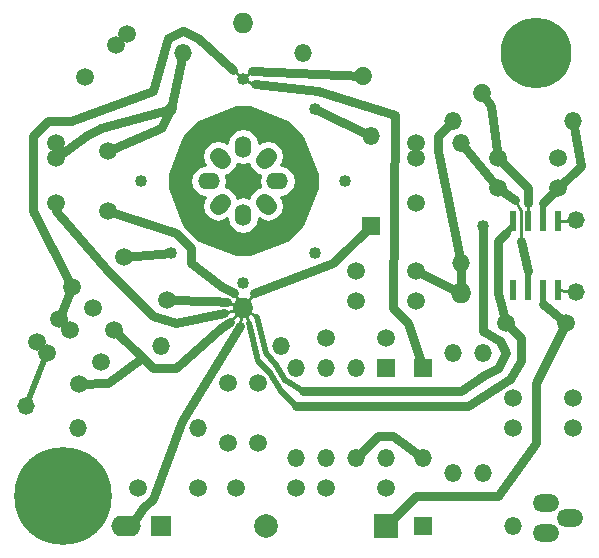
<source format=gtl>
G04 (created by PCBNEW (22-Jun-2014 BZR 4027)-stable) date Sat 23 Jun 2018 11:20:16 PM CDT*
%MOIN*%
G04 Gerber Fmt 3.4, Leading zero omitted, Abs format*
%FSLAX34Y34*%
G01*
G70*
G90*
G04 APERTURE LIST*
%ADD10C,0.00590551*%
%ADD11O,0.0885X0.059*%
%ADD12O,0.059X0.059*%
%ADD13R,0.059X0.059*%
%ADD14R,0.069X0.069*%
%ADD15O,0.099X0.069*%
%ADD16C,0.23622*%
%ADD17C,0.059*%
%ADD18O,0.069X0.069*%
%ADD19R,0.079X0.079*%
%ADD20C,0.079*%
%ADD21C,0.325*%
%ADD22R,0.019X0.07*%
%ADD23C,0.059*%
%ADD24O,0.058X0.058*%
%ADD25C,0.056*%
%ADD26O,0.072X0.056*%
%ADD27O,0.056X0.072*%
%ADD28O,0.032X0.032*%
%ADD29C,0.04*%
%ADD30C,0.01*%
%ADD31C,0.02*%
%ADD32C,0.03*%
G04 APERTURE END LIST*
G54D10*
G54D11*
X95852Y-43250D03*
X96647Y-43750D03*
X95852Y-44250D03*
G54D12*
X92750Y-38250D03*
X92750Y-42250D03*
X93750Y-42250D03*
X93750Y-38250D03*
X83000Y-38000D03*
X87000Y-38000D03*
X83750Y-28250D03*
X87750Y-28250D03*
X84250Y-40750D03*
X80250Y-40750D03*
G54D13*
X90500Y-38750D03*
G54D12*
X89500Y-38750D03*
X88500Y-38750D03*
X87500Y-38750D03*
X87500Y-41750D03*
X88500Y-41750D03*
X90500Y-41750D03*
X89500Y-41750D03*
G54D14*
X83000Y-44000D03*
G54D15*
X81850Y-44000D03*
G54D16*
X95500Y-28250D03*
G54D17*
X94750Y-40750D03*
X96750Y-40750D03*
X91500Y-36500D03*
X89500Y-36500D03*
X85250Y-41250D03*
X85250Y-39250D03*
X86250Y-41250D03*
X86250Y-39250D03*
X88500Y-42750D03*
X90500Y-42750D03*
X81792Y-35042D03*
X83207Y-36457D03*
X81250Y-31500D03*
X81250Y-33500D03*
X96750Y-39750D03*
X94750Y-39750D03*
X90500Y-37750D03*
X88500Y-37750D03*
X87500Y-42750D03*
X85500Y-42750D03*
G54D18*
X85750Y-36750D03*
G54D19*
X90500Y-44000D03*
G54D20*
X86500Y-44000D03*
G54D13*
X91750Y-38750D03*
G54D12*
X91750Y-41750D03*
G54D13*
X90000Y-34000D03*
G54D12*
X90000Y-31000D03*
G54D13*
X91750Y-44000D03*
G54D12*
X94750Y-44000D03*
G54D17*
X81883Y-27616D03*
X80469Y-29030D03*
X81530Y-27969D03*
X79500Y-31250D03*
X79500Y-33250D03*
X79500Y-31750D03*
X91500Y-31250D03*
X91500Y-33250D03*
X91500Y-31750D03*
G54D21*
X79750Y-43000D03*
G54D18*
X85750Y-27250D03*
G54D22*
X96250Y-33850D03*
X95750Y-33850D03*
X95250Y-33850D03*
X94750Y-33850D03*
X94750Y-36150D03*
X95250Y-36150D03*
X95750Y-36150D03*
X96250Y-36150D03*
G54D23*
X89750Y-29000D02*
X89750Y-29000D01*
X93711Y-29556D02*
X93711Y-29556D01*
G54D12*
X96750Y-30500D03*
X92750Y-30500D03*
X93000Y-31250D03*
X93000Y-35250D03*
G54D17*
X94250Y-31750D03*
X96250Y-31750D03*
X96250Y-32750D03*
X94250Y-32750D03*
X96500Y-37250D03*
X94500Y-37250D03*
G54D18*
X93000Y-36250D03*
G54D17*
X79616Y-37116D03*
X81030Y-38530D03*
X79969Y-37469D03*
X78866Y-37866D03*
X80280Y-39280D03*
X79219Y-38219D03*
X80042Y-36042D03*
X81457Y-37457D03*
X80750Y-36750D03*
G54D24*
X96850Y-33800D03*
X96850Y-36200D03*
X78500Y-40000D03*
G54D25*
X85042Y-31792D02*
X84929Y-31679D01*
X86570Y-31679D02*
X86457Y-31792D01*
G54D26*
X86890Y-32500D03*
G54D27*
X85750Y-31359D03*
G54D25*
X86570Y-33320D02*
X86457Y-33207D01*
G54D27*
X85750Y-33640D03*
G54D25*
X85042Y-33207D02*
X84929Y-33320D01*
G54D26*
X84609Y-32500D03*
G54D17*
X84250Y-42750D03*
X82250Y-42750D03*
X91500Y-35500D03*
X89500Y-35500D03*
G54D28*
X85750Y-32500D03*
X86500Y-30750D03*
X87500Y-31750D03*
X87500Y-33250D03*
X86500Y-34250D03*
X85000Y-34250D03*
X84000Y-33250D03*
X84000Y-31750D03*
X85000Y-30750D03*
G54D29*
X89150Y-32500D03*
X82350Y-32500D03*
X83350Y-30100D03*
X88150Y-34900D03*
X88150Y-30100D03*
X83350Y-34900D03*
X85750Y-29100D03*
X93750Y-34000D03*
X85750Y-35900D03*
G54D30*
X96250Y-36150D02*
X96850Y-36200D01*
X96250Y-33850D02*
X96850Y-33800D01*
G54D31*
X79219Y-38219D02*
X78500Y-40000D01*
G54D32*
X95500Y-39250D02*
X96500Y-37250D01*
X91500Y-43000D02*
X94250Y-43000D01*
X94250Y-43000D02*
X95500Y-41250D01*
X95500Y-41250D02*
X95500Y-39250D01*
X90500Y-44000D02*
X91500Y-43000D01*
X96500Y-37250D02*
X96500Y-37250D01*
G54D31*
X95750Y-36500D02*
X95750Y-36600D01*
G54D32*
X95750Y-36600D02*
X96500Y-37250D01*
X93000Y-31250D02*
X94250Y-32750D01*
G54D30*
X95000Y-34500D02*
X95000Y-33500D01*
G54D31*
X95250Y-36150D02*
X95250Y-35250D01*
G54D32*
X95000Y-34500D02*
X95250Y-35500D01*
G54D31*
X95250Y-35500D02*
X95250Y-35250D01*
G54D30*
X95000Y-33500D02*
X94826Y-33134D01*
G54D32*
X94826Y-33134D02*
X94250Y-32750D01*
X93711Y-29556D02*
X94000Y-30000D01*
X94000Y-30000D02*
X94250Y-31750D01*
G54D30*
X95250Y-33850D02*
X95250Y-33250D01*
G54D32*
X95250Y-32750D02*
X94250Y-31750D01*
X95250Y-32750D02*
X95250Y-33250D01*
G54D30*
X95250Y-33250D02*
X95250Y-33250D01*
X95250Y-33250D02*
X95250Y-33250D01*
G54D32*
X89500Y-41750D02*
X90250Y-41000D01*
X90750Y-41000D02*
X91750Y-41750D01*
X90250Y-41000D02*
X90750Y-41000D01*
X96750Y-30500D02*
X97000Y-32000D01*
X97000Y-32000D02*
X96250Y-32750D01*
G54D31*
X95750Y-33850D02*
X95750Y-33250D01*
G54D32*
X95750Y-33250D02*
X96250Y-32750D01*
X83350Y-30100D02*
X81000Y-30750D01*
X80500Y-31000D02*
X79500Y-31750D01*
X81000Y-30750D02*
X80500Y-31000D01*
X83350Y-30100D02*
X83750Y-28250D01*
X81250Y-31500D02*
X83000Y-30750D01*
X83000Y-30750D02*
X83350Y-30100D01*
X88150Y-30100D02*
X90000Y-31000D01*
X81792Y-35042D02*
X83350Y-34900D01*
G54D30*
X83000Y-38000D02*
X83000Y-38000D01*
G54D32*
X91500Y-35500D02*
X93000Y-36250D01*
X93000Y-35250D02*
X93000Y-36250D01*
X92750Y-30500D02*
X92250Y-31000D01*
X92250Y-31500D02*
X93000Y-35250D01*
X92250Y-31000D02*
X92250Y-31500D01*
X90800Y-30300D02*
X88250Y-29500D01*
X80042Y-36042D02*
X79616Y-37116D01*
X79616Y-37116D02*
X79969Y-37469D01*
X80042Y-36042D02*
X78750Y-33500D01*
X83250Y-27750D02*
X82750Y-29500D01*
X82750Y-29500D02*
X80000Y-30500D01*
X80000Y-30500D02*
X79250Y-30500D01*
X79250Y-30500D02*
X78750Y-31000D01*
X78750Y-31000D02*
X78750Y-33500D01*
X84250Y-27750D02*
X85400Y-28785D01*
G54D30*
X85400Y-28785D02*
X85750Y-29100D01*
G54D32*
X83750Y-27500D02*
X83250Y-27750D01*
X84250Y-27750D02*
X83750Y-27500D01*
X89750Y-29000D02*
X86050Y-28850D01*
G54D30*
X86050Y-28850D02*
X85750Y-29100D01*
G54D32*
X88250Y-29500D02*
X86150Y-29268D01*
G54D30*
X86150Y-29268D02*
X86000Y-29250D01*
X86000Y-29250D02*
X85750Y-29100D01*
G54D32*
X91750Y-38750D02*
X91250Y-37250D01*
X91250Y-37250D02*
X90750Y-36750D01*
X90750Y-36750D02*
X90800Y-30300D01*
G54D30*
X85750Y-36750D02*
X86100Y-36250D01*
G54D32*
X88750Y-35250D02*
X86100Y-36250D01*
X88750Y-35250D02*
X90000Y-34000D01*
G54D31*
X94500Y-34250D02*
X94750Y-34000D01*
G54D32*
X94500Y-37250D02*
X94250Y-36250D01*
X94250Y-36250D02*
X94250Y-34500D01*
X94250Y-34500D02*
X94500Y-34250D01*
G54D31*
X94750Y-34000D02*
X94750Y-33850D01*
G54D32*
X80280Y-39280D02*
X81250Y-39250D01*
X82392Y-38392D02*
X82500Y-38500D01*
X81250Y-39250D02*
X82392Y-38392D01*
X81457Y-37457D02*
X82500Y-38500D01*
X82500Y-38500D02*
X82750Y-38750D01*
G54D30*
X85300Y-37200D02*
X85750Y-36750D01*
G54D32*
X85300Y-37200D02*
X85000Y-37416D01*
X85000Y-37416D02*
X83500Y-38750D01*
X83500Y-38750D02*
X82750Y-38750D01*
X93750Y-37500D02*
X93750Y-34000D01*
G54D31*
X87000Y-39500D02*
X87500Y-40000D01*
G54D32*
X95000Y-37750D02*
X95000Y-38500D01*
X95000Y-38500D02*
X94650Y-39100D01*
X94650Y-39100D02*
X93250Y-40000D01*
X93250Y-40000D02*
X92250Y-40000D01*
X92250Y-40000D02*
X87500Y-40000D01*
X94500Y-37250D02*
X95000Y-37750D01*
G54D31*
X86250Y-38500D02*
X86650Y-38900D01*
X86650Y-38900D02*
X87000Y-39500D01*
G54D30*
X85950Y-37250D02*
X85750Y-36750D01*
G54D31*
X85950Y-37250D02*
X86250Y-38500D01*
X86200Y-37050D02*
X86500Y-38250D01*
X86500Y-38250D02*
X86850Y-38650D01*
X86850Y-38650D02*
X87150Y-39150D01*
X87150Y-39150D02*
X87750Y-39500D01*
G54D30*
X86200Y-37050D02*
X85750Y-36750D01*
G54D31*
X93750Y-37500D02*
X93750Y-37500D01*
G54D32*
X94500Y-38250D02*
X94300Y-37850D01*
X94300Y-37850D02*
X93750Y-37500D01*
X87750Y-39500D02*
X93000Y-39500D01*
X94250Y-38750D02*
X93750Y-39000D01*
X93000Y-39500D02*
X93750Y-39000D01*
X94250Y-38750D02*
X94500Y-38250D01*
X85650Y-37350D02*
X83700Y-40500D01*
G54D30*
X85650Y-37350D02*
X85653Y-37230D01*
X85653Y-37230D02*
X85750Y-36750D01*
G54D32*
X82000Y-44000D02*
X82400Y-43400D01*
X82400Y-43400D02*
X82750Y-43100D01*
X82750Y-43100D02*
X83700Y-40500D01*
X83700Y-40500D02*
X83700Y-40500D01*
G54D30*
X85750Y-36750D02*
X85450Y-36250D01*
G54D32*
X85000Y-36000D02*
X84000Y-35250D01*
X84000Y-35250D02*
X84000Y-34750D01*
X84000Y-34750D02*
X83500Y-34250D01*
X83500Y-34250D02*
X81250Y-33500D01*
X85450Y-36250D02*
X85000Y-36000D01*
X82750Y-37000D02*
X81250Y-35500D01*
X81250Y-35500D02*
X79500Y-33500D01*
X79500Y-33500D02*
X79500Y-33250D01*
X85100Y-36900D02*
X83500Y-37250D01*
G54D30*
X85750Y-36750D02*
X85100Y-36900D01*
G54D32*
X82750Y-37000D02*
X83500Y-37250D01*
G54D30*
X85750Y-36750D02*
X85200Y-36550D01*
G54D32*
X84750Y-36500D02*
X83207Y-36457D01*
X85200Y-36550D02*
X84750Y-36500D01*
X83207Y-36457D02*
X83164Y-36414D01*
G54D10*
G36*
X86307Y-32696D02*
X86245Y-32709D01*
X86073Y-32823D01*
X85959Y-32995D01*
X85946Y-33057D01*
X85750Y-33018D01*
X85553Y-33057D01*
X85541Y-32995D01*
X85426Y-32823D01*
X85254Y-32709D01*
X85192Y-32696D01*
X85231Y-32500D01*
X85192Y-32303D01*
X85254Y-32291D01*
X85426Y-32176D01*
X85541Y-32004D01*
X85553Y-31942D01*
X85750Y-31981D01*
X85946Y-31942D01*
X85959Y-32004D01*
X86073Y-32176D01*
X86245Y-32291D01*
X86307Y-32303D01*
X86268Y-32500D01*
X86307Y-32696D01*
X86307Y-32696D01*
G37*
G54D30*
X86307Y-32696D02*
X86245Y-32709D01*
X86073Y-32823D01*
X85959Y-32995D01*
X85946Y-33057D01*
X85750Y-33018D01*
X85553Y-33057D01*
X85541Y-32995D01*
X85426Y-32823D01*
X85254Y-32709D01*
X85192Y-32696D01*
X85231Y-32500D01*
X85192Y-32303D01*
X85254Y-32291D01*
X85426Y-32176D01*
X85541Y-32004D01*
X85553Y-31942D01*
X85750Y-31981D01*
X85946Y-31942D01*
X85959Y-32004D01*
X86073Y-32176D01*
X86245Y-32291D01*
X86307Y-32303D01*
X86268Y-32500D01*
X86307Y-32696D01*
G54D10*
G36*
X88200Y-32740D02*
X87707Y-33971D01*
X87512Y-34166D01*
X87512Y-32500D01*
X87472Y-32297D01*
X87357Y-32125D01*
X87185Y-32010D01*
X87001Y-31973D01*
X87068Y-31874D01*
X87108Y-31671D01*
X87068Y-31468D01*
X86953Y-31296D01*
X86781Y-31181D01*
X86578Y-31141D01*
X86375Y-31181D01*
X86276Y-31248D01*
X86239Y-31064D01*
X86124Y-30892D01*
X85952Y-30777D01*
X85750Y-30737D01*
X85547Y-30777D01*
X85375Y-30892D01*
X85260Y-31064D01*
X85223Y-31248D01*
X85124Y-31181D01*
X84921Y-31141D01*
X84718Y-31181D01*
X84546Y-31296D01*
X84431Y-31468D01*
X84391Y-31671D01*
X84431Y-31874D01*
X84498Y-31973D01*
X84314Y-32010D01*
X84142Y-32125D01*
X84027Y-32297D01*
X83987Y-32500D01*
X84027Y-32702D01*
X84142Y-32874D01*
X84314Y-32989D01*
X84498Y-33026D01*
X84431Y-33125D01*
X84391Y-33328D01*
X84431Y-33531D01*
X84546Y-33703D01*
X84718Y-33818D01*
X84921Y-33858D01*
X85124Y-33818D01*
X85223Y-33751D01*
X85260Y-33935D01*
X85375Y-34107D01*
X85547Y-34222D01*
X85750Y-34262D01*
X85952Y-34222D01*
X86124Y-34107D01*
X86239Y-33935D01*
X86276Y-33751D01*
X86375Y-33818D01*
X86578Y-33858D01*
X86781Y-33818D01*
X86953Y-33703D01*
X87068Y-33531D01*
X87108Y-33328D01*
X87068Y-33125D01*
X87001Y-33026D01*
X87185Y-32989D01*
X87357Y-32874D01*
X87472Y-32702D01*
X87512Y-32500D01*
X87512Y-34166D01*
X87221Y-34457D01*
X85990Y-34950D01*
X85509Y-34950D01*
X84278Y-34457D01*
X83792Y-33971D01*
X83300Y-32740D01*
X83300Y-32259D01*
X83792Y-31028D01*
X84278Y-30542D01*
X85509Y-30050D01*
X85990Y-30050D01*
X87221Y-30542D01*
X87707Y-31028D01*
X88200Y-32259D01*
X88200Y-32740D01*
X88200Y-32740D01*
G37*
G54D30*
X88200Y-32740D02*
X87707Y-33971D01*
X87512Y-34166D01*
X87512Y-32500D01*
X87472Y-32297D01*
X87357Y-32125D01*
X87185Y-32010D01*
X87001Y-31973D01*
X87068Y-31874D01*
X87108Y-31671D01*
X87068Y-31468D01*
X86953Y-31296D01*
X86781Y-31181D01*
X86578Y-31141D01*
X86375Y-31181D01*
X86276Y-31248D01*
X86239Y-31064D01*
X86124Y-30892D01*
X85952Y-30777D01*
X85750Y-30737D01*
X85547Y-30777D01*
X85375Y-30892D01*
X85260Y-31064D01*
X85223Y-31248D01*
X85124Y-31181D01*
X84921Y-31141D01*
X84718Y-31181D01*
X84546Y-31296D01*
X84431Y-31468D01*
X84391Y-31671D01*
X84431Y-31874D01*
X84498Y-31973D01*
X84314Y-32010D01*
X84142Y-32125D01*
X84027Y-32297D01*
X83987Y-32500D01*
X84027Y-32702D01*
X84142Y-32874D01*
X84314Y-32989D01*
X84498Y-33026D01*
X84431Y-33125D01*
X84391Y-33328D01*
X84431Y-33531D01*
X84546Y-33703D01*
X84718Y-33818D01*
X84921Y-33858D01*
X85124Y-33818D01*
X85223Y-33751D01*
X85260Y-33935D01*
X85375Y-34107D01*
X85547Y-34222D01*
X85750Y-34262D01*
X85952Y-34222D01*
X86124Y-34107D01*
X86239Y-33935D01*
X86276Y-33751D01*
X86375Y-33818D01*
X86578Y-33858D01*
X86781Y-33818D01*
X86953Y-33703D01*
X87068Y-33531D01*
X87108Y-33328D01*
X87068Y-33125D01*
X87001Y-33026D01*
X87185Y-32989D01*
X87357Y-32874D01*
X87472Y-32702D01*
X87512Y-32500D01*
X87512Y-34166D01*
X87221Y-34457D01*
X85990Y-34950D01*
X85509Y-34950D01*
X84278Y-34457D01*
X83792Y-33971D01*
X83300Y-32740D01*
X83300Y-32259D01*
X83792Y-31028D01*
X84278Y-30542D01*
X85509Y-30050D01*
X85990Y-30050D01*
X87221Y-30542D01*
X87707Y-31028D01*
X88200Y-32259D01*
X88200Y-32740D01*
M02*

</source>
